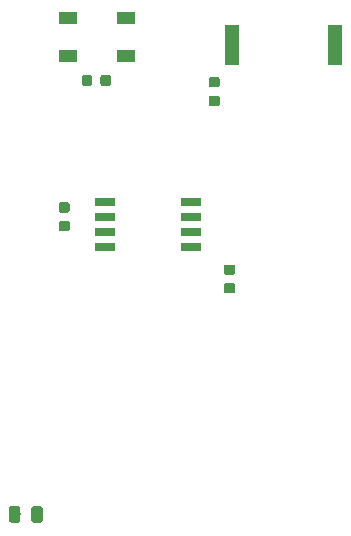
<source format=gtp>
G04 #@! TF.GenerationSoftware,KiCad,Pcbnew,(5.1.2-1)-1*
G04 #@! TF.CreationDate,2019-07-21T21:30:41+01:00*
G04 #@! TF.ProjectId,nfc_reader_module,6e66635f-7265-4616-9465-725f6d6f6475,rev?*
G04 #@! TF.SameCoordinates,Original*
G04 #@! TF.FileFunction,Paste,Top*
G04 #@! TF.FilePolarity,Positive*
%FSLAX46Y46*%
G04 Gerber Fmt 4.6, Leading zero omitted, Abs format (unit mm)*
G04 Created by KiCad (PCBNEW (5.1.2-1)-1) date 2019-07-21 21:30:41*
%MOMM*%
%LPD*%
G04 APERTURE LIST*
%ADD10C,0.100000*%
%ADD11C,0.875000*%
%ADD12R,1.700000X0.650000*%
%ADD13R,1.300000X3.400000*%
%ADD14R,1.500000X1.000000*%
%ADD15C,0.975000*%
G04 APERTURE END LIST*
D10*
G36*
X143457691Y-86008553D02*
G01*
X143478926Y-86011703D01*
X143499750Y-86016919D01*
X143519962Y-86024151D01*
X143539368Y-86033330D01*
X143557781Y-86044366D01*
X143575024Y-86057154D01*
X143590930Y-86071570D01*
X143605346Y-86087476D01*
X143618134Y-86104719D01*
X143629170Y-86123132D01*
X143638349Y-86142538D01*
X143645581Y-86162750D01*
X143650797Y-86183574D01*
X143653947Y-86204809D01*
X143655000Y-86226250D01*
X143655000Y-86663750D01*
X143653947Y-86685191D01*
X143650797Y-86706426D01*
X143645581Y-86727250D01*
X143638349Y-86747462D01*
X143629170Y-86766868D01*
X143618134Y-86785281D01*
X143605346Y-86802524D01*
X143590930Y-86818430D01*
X143575024Y-86832846D01*
X143557781Y-86845634D01*
X143539368Y-86856670D01*
X143519962Y-86865849D01*
X143499750Y-86873081D01*
X143478926Y-86878297D01*
X143457691Y-86881447D01*
X143436250Y-86882500D01*
X142923750Y-86882500D01*
X142902309Y-86881447D01*
X142881074Y-86878297D01*
X142860250Y-86873081D01*
X142840038Y-86865849D01*
X142820632Y-86856670D01*
X142802219Y-86845634D01*
X142784976Y-86832846D01*
X142769070Y-86818430D01*
X142754654Y-86802524D01*
X142741866Y-86785281D01*
X142730830Y-86766868D01*
X142721651Y-86747462D01*
X142714419Y-86727250D01*
X142709203Y-86706426D01*
X142706053Y-86685191D01*
X142705000Y-86663750D01*
X142705000Y-86226250D01*
X142706053Y-86204809D01*
X142709203Y-86183574D01*
X142714419Y-86162750D01*
X142721651Y-86142538D01*
X142730830Y-86123132D01*
X142741866Y-86104719D01*
X142754654Y-86087476D01*
X142769070Y-86071570D01*
X142784976Y-86057154D01*
X142802219Y-86044366D01*
X142820632Y-86033330D01*
X142840038Y-86024151D01*
X142860250Y-86016919D01*
X142881074Y-86011703D01*
X142902309Y-86008553D01*
X142923750Y-86007500D01*
X143436250Y-86007500D01*
X143457691Y-86008553D01*
X143457691Y-86008553D01*
G37*
D11*
X143180000Y-86445000D03*
D10*
G36*
X143457691Y-87583553D02*
G01*
X143478926Y-87586703D01*
X143499750Y-87591919D01*
X143519962Y-87599151D01*
X143539368Y-87608330D01*
X143557781Y-87619366D01*
X143575024Y-87632154D01*
X143590930Y-87646570D01*
X143605346Y-87662476D01*
X143618134Y-87679719D01*
X143629170Y-87698132D01*
X143638349Y-87717538D01*
X143645581Y-87737750D01*
X143650797Y-87758574D01*
X143653947Y-87779809D01*
X143655000Y-87801250D01*
X143655000Y-88238750D01*
X143653947Y-88260191D01*
X143650797Y-88281426D01*
X143645581Y-88302250D01*
X143638349Y-88322462D01*
X143629170Y-88341868D01*
X143618134Y-88360281D01*
X143605346Y-88377524D01*
X143590930Y-88393430D01*
X143575024Y-88407846D01*
X143557781Y-88420634D01*
X143539368Y-88431670D01*
X143519962Y-88440849D01*
X143499750Y-88448081D01*
X143478926Y-88453297D01*
X143457691Y-88456447D01*
X143436250Y-88457500D01*
X142923750Y-88457500D01*
X142902309Y-88456447D01*
X142881074Y-88453297D01*
X142860250Y-88448081D01*
X142840038Y-88440849D01*
X142820632Y-88431670D01*
X142802219Y-88420634D01*
X142784976Y-88407846D01*
X142769070Y-88393430D01*
X142754654Y-88377524D01*
X142741866Y-88360281D01*
X142730830Y-88341868D01*
X142721651Y-88322462D01*
X142714419Y-88302250D01*
X142709203Y-88281426D01*
X142706053Y-88260191D01*
X142705000Y-88238750D01*
X142705000Y-87801250D01*
X142706053Y-87779809D01*
X142709203Y-87758574D01*
X142714419Y-87737750D01*
X142721651Y-87717538D01*
X142730830Y-87698132D01*
X142741866Y-87679719D01*
X142754654Y-87662476D01*
X142769070Y-87646570D01*
X142784976Y-87632154D01*
X142802219Y-87619366D01*
X142820632Y-87608330D01*
X142840038Y-87599151D01*
X142860250Y-87591919D01*
X142881074Y-87586703D01*
X142902309Y-87583553D01*
X142923750Y-87582500D01*
X143436250Y-87582500D01*
X143457691Y-87583553D01*
X143457691Y-87583553D01*
G37*
D11*
X143180000Y-88020000D03*
D12*
X153920000Y-85995000D03*
X153920000Y-87265000D03*
X153920000Y-88535000D03*
X153920000Y-89805000D03*
X146620000Y-89805000D03*
X146620000Y-88535000D03*
X146620000Y-87265000D03*
X146620000Y-85995000D03*
D10*
G36*
X156155191Y-76981053D02*
G01*
X156176426Y-76984203D01*
X156197250Y-76989419D01*
X156217462Y-76996651D01*
X156236868Y-77005830D01*
X156255281Y-77016866D01*
X156272524Y-77029654D01*
X156288430Y-77044070D01*
X156302846Y-77059976D01*
X156315634Y-77077219D01*
X156326670Y-77095632D01*
X156335849Y-77115038D01*
X156343081Y-77135250D01*
X156348297Y-77156074D01*
X156351447Y-77177309D01*
X156352500Y-77198750D01*
X156352500Y-77636250D01*
X156351447Y-77657691D01*
X156348297Y-77678926D01*
X156343081Y-77699750D01*
X156335849Y-77719962D01*
X156326670Y-77739368D01*
X156315634Y-77757781D01*
X156302846Y-77775024D01*
X156288430Y-77790930D01*
X156272524Y-77805346D01*
X156255281Y-77818134D01*
X156236868Y-77829170D01*
X156217462Y-77838349D01*
X156197250Y-77845581D01*
X156176426Y-77850797D01*
X156155191Y-77853947D01*
X156133750Y-77855000D01*
X155621250Y-77855000D01*
X155599809Y-77853947D01*
X155578574Y-77850797D01*
X155557750Y-77845581D01*
X155537538Y-77838349D01*
X155518132Y-77829170D01*
X155499719Y-77818134D01*
X155482476Y-77805346D01*
X155466570Y-77790930D01*
X155452154Y-77775024D01*
X155439366Y-77757781D01*
X155428330Y-77739368D01*
X155419151Y-77719962D01*
X155411919Y-77699750D01*
X155406703Y-77678926D01*
X155403553Y-77657691D01*
X155402500Y-77636250D01*
X155402500Y-77198750D01*
X155403553Y-77177309D01*
X155406703Y-77156074D01*
X155411919Y-77135250D01*
X155419151Y-77115038D01*
X155428330Y-77095632D01*
X155439366Y-77077219D01*
X155452154Y-77059976D01*
X155466570Y-77044070D01*
X155482476Y-77029654D01*
X155499719Y-77016866D01*
X155518132Y-77005830D01*
X155537538Y-76996651D01*
X155557750Y-76989419D01*
X155578574Y-76984203D01*
X155599809Y-76981053D01*
X155621250Y-76980000D01*
X156133750Y-76980000D01*
X156155191Y-76981053D01*
X156155191Y-76981053D01*
G37*
D11*
X155877500Y-77417500D03*
D10*
G36*
X156155191Y-75406053D02*
G01*
X156176426Y-75409203D01*
X156197250Y-75414419D01*
X156217462Y-75421651D01*
X156236868Y-75430830D01*
X156255281Y-75441866D01*
X156272524Y-75454654D01*
X156288430Y-75469070D01*
X156302846Y-75484976D01*
X156315634Y-75502219D01*
X156326670Y-75520632D01*
X156335849Y-75540038D01*
X156343081Y-75560250D01*
X156348297Y-75581074D01*
X156351447Y-75602309D01*
X156352500Y-75623750D01*
X156352500Y-76061250D01*
X156351447Y-76082691D01*
X156348297Y-76103926D01*
X156343081Y-76124750D01*
X156335849Y-76144962D01*
X156326670Y-76164368D01*
X156315634Y-76182781D01*
X156302846Y-76200024D01*
X156288430Y-76215930D01*
X156272524Y-76230346D01*
X156255281Y-76243134D01*
X156236868Y-76254170D01*
X156217462Y-76263349D01*
X156197250Y-76270581D01*
X156176426Y-76275797D01*
X156155191Y-76278947D01*
X156133750Y-76280000D01*
X155621250Y-76280000D01*
X155599809Y-76278947D01*
X155578574Y-76275797D01*
X155557750Y-76270581D01*
X155537538Y-76263349D01*
X155518132Y-76254170D01*
X155499719Y-76243134D01*
X155482476Y-76230346D01*
X155466570Y-76215930D01*
X155452154Y-76200024D01*
X155439366Y-76182781D01*
X155428330Y-76164368D01*
X155419151Y-76144962D01*
X155411919Y-76124750D01*
X155406703Y-76103926D01*
X155403553Y-76082691D01*
X155402500Y-76061250D01*
X155402500Y-75623750D01*
X155403553Y-75602309D01*
X155406703Y-75581074D01*
X155411919Y-75560250D01*
X155419151Y-75540038D01*
X155428330Y-75520632D01*
X155439366Y-75502219D01*
X155452154Y-75484976D01*
X155466570Y-75469070D01*
X155482476Y-75454654D01*
X155499719Y-75441866D01*
X155518132Y-75430830D01*
X155537538Y-75421651D01*
X155557750Y-75414419D01*
X155578574Y-75409203D01*
X155599809Y-75406053D01*
X155621250Y-75405000D01*
X156133750Y-75405000D01*
X156155191Y-75406053D01*
X156155191Y-75406053D01*
G37*
D11*
X155877500Y-75842500D03*
D13*
X157390000Y-72680000D03*
X166090000Y-72680000D03*
D14*
X143510000Y-70410000D03*
X143510000Y-73610000D03*
X148410000Y-70410000D03*
X148410000Y-73610000D03*
D10*
G36*
X145355191Y-75216053D02*
G01*
X145376426Y-75219203D01*
X145397250Y-75224419D01*
X145417462Y-75231651D01*
X145436868Y-75240830D01*
X145455281Y-75251866D01*
X145472524Y-75264654D01*
X145488430Y-75279070D01*
X145502846Y-75294976D01*
X145515634Y-75312219D01*
X145526670Y-75330632D01*
X145535849Y-75350038D01*
X145543081Y-75370250D01*
X145548297Y-75391074D01*
X145551447Y-75412309D01*
X145552500Y-75433750D01*
X145552500Y-75946250D01*
X145551447Y-75967691D01*
X145548297Y-75988926D01*
X145543081Y-76009750D01*
X145535849Y-76029962D01*
X145526670Y-76049368D01*
X145515634Y-76067781D01*
X145502846Y-76085024D01*
X145488430Y-76100930D01*
X145472524Y-76115346D01*
X145455281Y-76128134D01*
X145436868Y-76139170D01*
X145417462Y-76148349D01*
X145397250Y-76155581D01*
X145376426Y-76160797D01*
X145355191Y-76163947D01*
X145333750Y-76165000D01*
X144896250Y-76165000D01*
X144874809Y-76163947D01*
X144853574Y-76160797D01*
X144832750Y-76155581D01*
X144812538Y-76148349D01*
X144793132Y-76139170D01*
X144774719Y-76128134D01*
X144757476Y-76115346D01*
X144741570Y-76100930D01*
X144727154Y-76085024D01*
X144714366Y-76067781D01*
X144703330Y-76049368D01*
X144694151Y-76029962D01*
X144686919Y-76009750D01*
X144681703Y-75988926D01*
X144678553Y-75967691D01*
X144677500Y-75946250D01*
X144677500Y-75433750D01*
X144678553Y-75412309D01*
X144681703Y-75391074D01*
X144686919Y-75370250D01*
X144694151Y-75350038D01*
X144703330Y-75330632D01*
X144714366Y-75312219D01*
X144727154Y-75294976D01*
X144741570Y-75279070D01*
X144757476Y-75264654D01*
X144774719Y-75251866D01*
X144793132Y-75240830D01*
X144812538Y-75231651D01*
X144832750Y-75224419D01*
X144853574Y-75219203D01*
X144874809Y-75216053D01*
X144896250Y-75215000D01*
X145333750Y-75215000D01*
X145355191Y-75216053D01*
X145355191Y-75216053D01*
G37*
D11*
X145115000Y-75690000D03*
D10*
G36*
X146930191Y-75216053D02*
G01*
X146951426Y-75219203D01*
X146972250Y-75224419D01*
X146992462Y-75231651D01*
X147011868Y-75240830D01*
X147030281Y-75251866D01*
X147047524Y-75264654D01*
X147063430Y-75279070D01*
X147077846Y-75294976D01*
X147090634Y-75312219D01*
X147101670Y-75330632D01*
X147110849Y-75350038D01*
X147118081Y-75370250D01*
X147123297Y-75391074D01*
X147126447Y-75412309D01*
X147127500Y-75433750D01*
X147127500Y-75946250D01*
X147126447Y-75967691D01*
X147123297Y-75988926D01*
X147118081Y-76009750D01*
X147110849Y-76029962D01*
X147101670Y-76049368D01*
X147090634Y-76067781D01*
X147077846Y-76085024D01*
X147063430Y-76100930D01*
X147047524Y-76115346D01*
X147030281Y-76128134D01*
X147011868Y-76139170D01*
X146992462Y-76148349D01*
X146972250Y-76155581D01*
X146951426Y-76160797D01*
X146930191Y-76163947D01*
X146908750Y-76165000D01*
X146471250Y-76165000D01*
X146449809Y-76163947D01*
X146428574Y-76160797D01*
X146407750Y-76155581D01*
X146387538Y-76148349D01*
X146368132Y-76139170D01*
X146349719Y-76128134D01*
X146332476Y-76115346D01*
X146316570Y-76100930D01*
X146302154Y-76085024D01*
X146289366Y-76067781D01*
X146278330Y-76049368D01*
X146269151Y-76029962D01*
X146261919Y-76009750D01*
X146256703Y-75988926D01*
X146253553Y-75967691D01*
X146252500Y-75946250D01*
X146252500Y-75433750D01*
X146253553Y-75412309D01*
X146256703Y-75391074D01*
X146261919Y-75370250D01*
X146269151Y-75350038D01*
X146278330Y-75330632D01*
X146289366Y-75312219D01*
X146302154Y-75294976D01*
X146316570Y-75279070D01*
X146332476Y-75264654D01*
X146349719Y-75251866D01*
X146368132Y-75240830D01*
X146387538Y-75231651D01*
X146407750Y-75224419D01*
X146428574Y-75219203D01*
X146449809Y-75216053D01*
X146471250Y-75215000D01*
X146908750Y-75215000D01*
X146930191Y-75216053D01*
X146930191Y-75216053D01*
G37*
D11*
X146690000Y-75690000D03*
D10*
G36*
X157457691Y-91278553D02*
G01*
X157478926Y-91281703D01*
X157499750Y-91286919D01*
X157519962Y-91294151D01*
X157539368Y-91303330D01*
X157557781Y-91314366D01*
X157575024Y-91327154D01*
X157590930Y-91341570D01*
X157605346Y-91357476D01*
X157618134Y-91374719D01*
X157629170Y-91393132D01*
X157638349Y-91412538D01*
X157645581Y-91432750D01*
X157650797Y-91453574D01*
X157653947Y-91474809D01*
X157655000Y-91496250D01*
X157655000Y-91933750D01*
X157653947Y-91955191D01*
X157650797Y-91976426D01*
X157645581Y-91997250D01*
X157638349Y-92017462D01*
X157629170Y-92036868D01*
X157618134Y-92055281D01*
X157605346Y-92072524D01*
X157590930Y-92088430D01*
X157575024Y-92102846D01*
X157557781Y-92115634D01*
X157539368Y-92126670D01*
X157519962Y-92135849D01*
X157499750Y-92143081D01*
X157478926Y-92148297D01*
X157457691Y-92151447D01*
X157436250Y-92152500D01*
X156923750Y-92152500D01*
X156902309Y-92151447D01*
X156881074Y-92148297D01*
X156860250Y-92143081D01*
X156840038Y-92135849D01*
X156820632Y-92126670D01*
X156802219Y-92115634D01*
X156784976Y-92102846D01*
X156769070Y-92088430D01*
X156754654Y-92072524D01*
X156741866Y-92055281D01*
X156730830Y-92036868D01*
X156721651Y-92017462D01*
X156714419Y-91997250D01*
X156709203Y-91976426D01*
X156706053Y-91955191D01*
X156705000Y-91933750D01*
X156705000Y-91496250D01*
X156706053Y-91474809D01*
X156709203Y-91453574D01*
X156714419Y-91432750D01*
X156721651Y-91412538D01*
X156730830Y-91393132D01*
X156741866Y-91374719D01*
X156754654Y-91357476D01*
X156769070Y-91341570D01*
X156784976Y-91327154D01*
X156802219Y-91314366D01*
X156820632Y-91303330D01*
X156840038Y-91294151D01*
X156860250Y-91286919D01*
X156881074Y-91281703D01*
X156902309Y-91278553D01*
X156923750Y-91277500D01*
X157436250Y-91277500D01*
X157457691Y-91278553D01*
X157457691Y-91278553D01*
G37*
D11*
X157180000Y-91715000D03*
D10*
G36*
X157457691Y-92853553D02*
G01*
X157478926Y-92856703D01*
X157499750Y-92861919D01*
X157519962Y-92869151D01*
X157539368Y-92878330D01*
X157557781Y-92889366D01*
X157575024Y-92902154D01*
X157590930Y-92916570D01*
X157605346Y-92932476D01*
X157618134Y-92949719D01*
X157629170Y-92968132D01*
X157638349Y-92987538D01*
X157645581Y-93007750D01*
X157650797Y-93028574D01*
X157653947Y-93049809D01*
X157655000Y-93071250D01*
X157655000Y-93508750D01*
X157653947Y-93530191D01*
X157650797Y-93551426D01*
X157645581Y-93572250D01*
X157638349Y-93592462D01*
X157629170Y-93611868D01*
X157618134Y-93630281D01*
X157605346Y-93647524D01*
X157590930Y-93663430D01*
X157575024Y-93677846D01*
X157557781Y-93690634D01*
X157539368Y-93701670D01*
X157519962Y-93710849D01*
X157499750Y-93718081D01*
X157478926Y-93723297D01*
X157457691Y-93726447D01*
X157436250Y-93727500D01*
X156923750Y-93727500D01*
X156902309Y-93726447D01*
X156881074Y-93723297D01*
X156860250Y-93718081D01*
X156840038Y-93710849D01*
X156820632Y-93701670D01*
X156802219Y-93690634D01*
X156784976Y-93677846D01*
X156769070Y-93663430D01*
X156754654Y-93647524D01*
X156741866Y-93630281D01*
X156730830Y-93611868D01*
X156721651Y-93592462D01*
X156714419Y-93572250D01*
X156709203Y-93551426D01*
X156706053Y-93530191D01*
X156705000Y-93508750D01*
X156705000Y-93071250D01*
X156706053Y-93049809D01*
X156709203Y-93028574D01*
X156714419Y-93007750D01*
X156721651Y-92987538D01*
X156730830Y-92968132D01*
X156741866Y-92949719D01*
X156754654Y-92932476D01*
X156769070Y-92916570D01*
X156784976Y-92902154D01*
X156802219Y-92889366D01*
X156820632Y-92878330D01*
X156840038Y-92869151D01*
X156860250Y-92861919D01*
X156881074Y-92856703D01*
X156902309Y-92853553D01*
X156923750Y-92852500D01*
X157436250Y-92852500D01*
X157457691Y-92853553D01*
X157457691Y-92853553D01*
G37*
D11*
X157180000Y-93290000D03*
D10*
G36*
X139260142Y-111731174D02*
G01*
X139283803Y-111734684D01*
X139307007Y-111740496D01*
X139329529Y-111748554D01*
X139351153Y-111758782D01*
X139371670Y-111771079D01*
X139390883Y-111785329D01*
X139408607Y-111801393D01*
X139424671Y-111819117D01*
X139438921Y-111838330D01*
X139451218Y-111858847D01*
X139461446Y-111880471D01*
X139469504Y-111902993D01*
X139475316Y-111926197D01*
X139478826Y-111949858D01*
X139480000Y-111973750D01*
X139480000Y-112886250D01*
X139478826Y-112910142D01*
X139475316Y-112933803D01*
X139469504Y-112957007D01*
X139461446Y-112979529D01*
X139451218Y-113001153D01*
X139438921Y-113021670D01*
X139424671Y-113040883D01*
X139408607Y-113058607D01*
X139390883Y-113074671D01*
X139371670Y-113088921D01*
X139351153Y-113101218D01*
X139329529Y-113111446D01*
X139307007Y-113119504D01*
X139283803Y-113125316D01*
X139260142Y-113128826D01*
X139236250Y-113130000D01*
X138748750Y-113130000D01*
X138724858Y-113128826D01*
X138701197Y-113125316D01*
X138677993Y-113119504D01*
X138655471Y-113111446D01*
X138633847Y-113101218D01*
X138613330Y-113088921D01*
X138594117Y-113074671D01*
X138576393Y-113058607D01*
X138560329Y-113040883D01*
X138546079Y-113021670D01*
X138533782Y-113001153D01*
X138523554Y-112979529D01*
X138515496Y-112957007D01*
X138509684Y-112933803D01*
X138506174Y-112910142D01*
X138505000Y-112886250D01*
X138505000Y-111973750D01*
X138506174Y-111949858D01*
X138509684Y-111926197D01*
X138515496Y-111902993D01*
X138523554Y-111880471D01*
X138533782Y-111858847D01*
X138546079Y-111838330D01*
X138560329Y-111819117D01*
X138576393Y-111801393D01*
X138594117Y-111785329D01*
X138613330Y-111771079D01*
X138633847Y-111758782D01*
X138655471Y-111748554D01*
X138677993Y-111740496D01*
X138701197Y-111734684D01*
X138724858Y-111731174D01*
X138748750Y-111730000D01*
X139236250Y-111730000D01*
X139260142Y-111731174D01*
X139260142Y-111731174D01*
G37*
D15*
X138992500Y-112430000D03*
D10*
G36*
X141135142Y-111731174D02*
G01*
X141158803Y-111734684D01*
X141182007Y-111740496D01*
X141204529Y-111748554D01*
X141226153Y-111758782D01*
X141246670Y-111771079D01*
X141265883Y-111785329D01*
X141283607Y-111801393D01*
X141299671Y-111819117D01*
X141313921Y-111838330D01*
X141326218Y-111858847D01*
X141336446Y-111880471D01*
X141344504Y-111902993D01*
X141350316Y-111926197D01*
X141353826Y-111949858D01*
X141355000Y-111973750D01*
X141355000Y-112886250D01*
X141353826Y-112910142D01*
X141350316Y-112933803D01*
X141344504Y-112957007D01*
X141336446Y-112979529D01*
X141326218Y-113001153D01*
X141313921Y-113021670D01*
X141299671Y-113040883D01*
X141283607Y-113058607D01*
X141265883Y-113074671D01*
X141246670Y-113088921D01*
X141226153Y-113101218D01*
X141204529Y-113111446D01*
X141182007Y-113119504D01*
X141158803Y-113125316D01*
X141135142Y-113128826D01*
X141111250Y-113130000D01*
X140623750Y-113130000D01*
X140599858Y-113128826D01*
X140576197Y-113125316D01*
X140552993Y-113119504D01*
X140530471Y-113111446D01*
X140508847Y-113101218D01*
X140488330Y-113088921D01*
X140469117Y-113074671D01*
X140451393Y-113058607D01*
X140435329Y-113040883D01*
X140421079Y-113021670D01*
X140408782Y-113001153D01*
X140398554Y-112979529D01*
X140390496Y-112957007D01*
X140384684Y-112933803D01*
X140381174Y-112910142D01*
X140380000Y-112886250D01*
X140380000Y-111973750D01*
X140381174Y-111949858D01*
X140384684Y-111926197D01*
X140390496Y-111902993D01*
X140398554Y-111880471D01*
X140408782Y-111858847D01*
X140421079Y-111838330D01*
X140435329Y-111819117D01*
X140451393Y-111801393D01*
X140469117Y-111785329D01*
X140488330Y-111771079D01*
X140508847Y-111758782D01*
X140530471Y-111748554D01*
X140552993Y-111740496D01*
X140576197Y-111734684D01*
X140599858Y-111731174D01*
X140623750Y-111730000D01*
X141111250Y-111730000D01*
X141135142Y-111731174D01*
X141135142Y-111731174D01*
G37*
D15*
X140867500Y-112430000D03*
M02*

</source>
